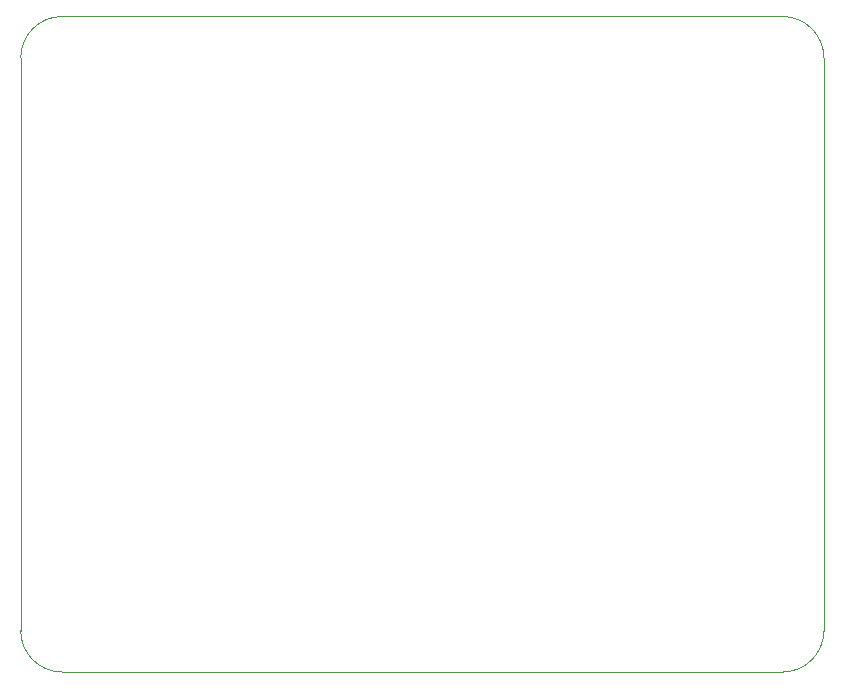
<source format=gbr>
%TF.GenerationSoftware,KiCad,Pcbnew,(6.0.0-0)*%
%TF.CreationDate,2022-03-30T15:47:29-05:00*%
%TF.ProjectId,spacebot-CM4-breakout,73706163-6562-46f7-942d-434d342d6272,rev?*%
%TF.SameCoordinates,Original*%
%TF.FileFunction,Profile,NP*%
%FSLAX46Y46*%
G04 Gerber Fmt 4.6, Leading zero omitted, Abs format (unit mm)*
G04 Created by KiCad (PCBNEW (6.0.0-0)) date 2022-03-30 15:47:29*
%MOMM*%
%LPD*%
G01*
G04 APERTURE LIST*
%TA.AperFunction,Profile*%
%ADD10C,0.100000*%
%TD*%
G04 APERTURE END LIST*
D10*
X107000000Y-126500000D02*
X168000000Y-126500000D01*
X103500000Y-74500000D02*
X103500000Y-123000000D01*
X168000000Y-71000000D02*
X107000000Y-71000000D01*
X171500000Y-123000000D02*
X171500000Y-74500000D01*
X168000000Y-126500000D02*
G75*
G03*
X171500000Y-123000000I0J3500000D01*
G01*
X103500000Y-123000000D02*
G75*
G03*
X107000000Y-126500000I3500000J0D01*
G01*
X107000000Y-71000000D02*
G75*
G03*
X103500000Y-74500000I0J-3500000D01*
G01*
X171500000Y-74500000D02*
G75*
G03*
X168000000Y-71000000I-3500000J0D01*
G01*
M02*

</source>
